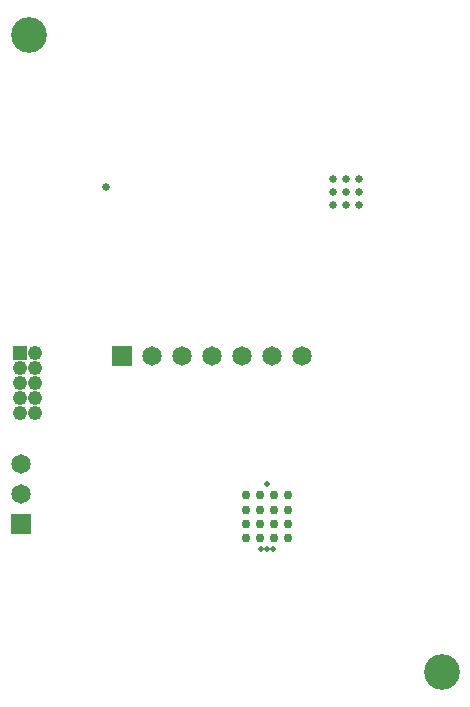
<source format=gbs>
G04 Layer_Color=16711935*
%FSLAX25Y25*%
%MOIN*%
G70*
G01*
G75*
%ADD80C,0.03000*%
%ADD137C,0.04800*%
%ADD138R,0.04800X0.04800*%
%ADD139C,0.06506*%
%ADD140R,0.06506X0.06506*%
%ADD141R,0.06506X0.06506*%
%ADD142C,0.11900*%
%ADD143C,0.02568*%
%ADD144C,0.02000*%
D80*
X103239Y71162D02*
D03*
Y80611D02*
D03*
Y66437D02*
D03*
Y75886D02*
D03*
X93790Y66437D02*
D03*
Y75886D02*
D03*
Y80611D02*
D03*
X107963Y66437D02*
D03*
X98515D02*
D03*
X107963Y75886D02*
D03*
X98515D02*
D03*
X107963Y80611D02*
D03*
X98515D02*
D03*
X93790Y71162D02*
D03*
X107963D02*
D03*
X98515D02*
D03*
D137*
X23500Y128000D02*
D03*
X18500Y108000D02*
D03*
X18500Y113000D02*
D03*
Y118000D02*
D03*
X18500Y123000D02*
D03*
X23500Y108000D02*
D03*
X23500Y113000D02*
D03*
X23500Y118000D02*
D03*
Y123000D02*
D03*
D138*
X18500Y128000D02*
D03*
D139*
X72500Y127000D02*
D03*
X62500D02*
D03*
X82500D02*
D03*
X92500D02*
D03*
X102500D02*
D03*
X112500D02*
D03*
X19000Y81000D02*
D03*
Y91000D02*
D03*
D140*
X52500Y127000D02*
D03*
D141*
X19000Y71000D02*
D03*
D142*
X21550Y234150D02*
D03*
X159050Y21650D02*
D03*
D143*
X131381Y185981D02*
D03*
Y181650D02*
D03*
Y177319D02*
D03*
X127050Y185981D02*
D03*
Y181650D02*
D03*
Y177319D02*
D03*
X122719Y185981D02*
D03*
Y181650D02*
D03*
Y177319D02*
D03*
X47050Y183548D02*
D03*
D144*
X102845Y62697D02*
D03*
X100877Y84351D02*
D03*
X98908Y62697D02*
D03*
X100877D02*
D03*
M02*

</source>
